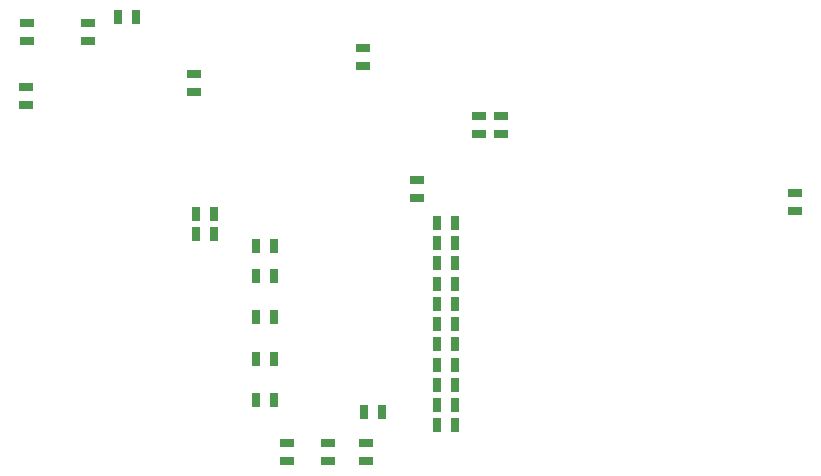
<source format=gbp>
G04 #@! TF.GenerationSoftware,KiCad,Pcbnew,5.1.5+dfsg1-2*
G04 #@! TF.CreationDate,2020-02-07T00:59:59+02:00*
G04 #@! TF.ProjectId,isl_board,69736c5f-626f-4617-9264-2e6b69636164,rev?*
G04 #@! TF.SameCoordinates,Original*
G04 #@! TF.FileFunction,Paste,Bot*
G04 #@! TF.FilePolarity,Positive*
%FSLAX46Y46*%
G04 Gerber Fmt 4.6, Leading zero omitted, Abs format (unit mm)*
G04 Created by KiCad (PCBNEW 5.1.5+dfsg1-2) date 2020-02-07 00:59:59*
%MOMM*%
%LPD*%
G04 APERTURE LIST*
%ADD10R,0.635000X1.143000*%
%ADD11R,1.143000X0.635000*%
G04 APERTURE END LIST*
D10*
X31738000Y-30360000D03*
X33262000Y-30360000D03*
D11*
X89020000Y-46742000D03*
X89020000Y-45218000D03*
D10*
X52568000Y-63770000D03*
X54092000Y-63770000D03*
X60242000Y-52890000D03*
X58718000Y-52890000D03*
X60242000Y-64900000D03*
X58718000Y-64900000D03*
X60242000Y-61470000D03*
X58718000Y-61470000D03*
X60242000Y-56320000D03*
X58718000Y-56320000D03*
X60242000Y-51170000D03*
X58718000Y-51170000D03*
X60232000Y-47720000D03*
X58708000Y-47720000D03*
X60242000Y-63180000D03*
X58718000Y-63180000D03*
X60242000Y-59750000D03*
X58718000Y-59750000D03*
X60242000Y-58030000D03*
X58718000Y-58030000D03*
X60242000Y-54600000D03*
X58718000Y-54600000D03*
X60242000Y-49450000D03*
X58718000Y-49450000D03*
D11*
X64120000Y-40242000D03*
X64120000Y-38718000D03*
X62340000Y-40242000D03*
X62340000Y-38718000D03*
X57040000Y-44078000D03*
X57040000Y-45602000D03*
X52760000Y-66368000D03*
X52760000Y-67892000D03*
X49520000Y-67892000D03*
X49520000Y-66368000D03*
X46080000Y-67902000D03*
X46080000Y-66378000D03*
D10*
X43418000Y-52240000D03*
X44942000Y-52240000D03*
X43408000Y-49740000D03*
X44932000Y-49740000D03*
X43418000Y-62750000D03*
X44942000Y-62750000D03*
X43418000Y-59250000D03*
X44942000Y-59250000D03*
X43418000Y-55750000D03*
X44942000Y-55750000D03*
D11*
X23970053Y-36210843D03*
X23970053Y-37734843D03*
X24000053Y-32364843D03*
X24000053Y-30840843D03*
X29190053Y-32384843D03*
X29190053Y-30860843D03*
X38190000Y-36644000D03*
X38190000Y-35120000D03*
D10*
X39882000Y-46970000D03*
X38358000Y-46970000D03*
X39892000Y-48690000D03*
X38368000Y-48690000D03*
D11*
X52460000Y-32978000D03*
X52460000Y-34502000D03*
M02*

</source>
